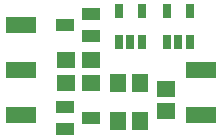
<source format=gts>
G75*
%MOIN*%
%OFA0B0*%
%FSLAX25Y25*%
%IPPOS*%
%LPD*%
%AMOC8*
5,1,8,0,0,1.08239X$1,22.5*
%
%ADD10R,0.05518X0.06306*%
%ADD11R,0.06306X0.05518*%
%ADD12R,0.10400X0.05400*%
%ADD13R,0.05912X0.04337*%
%ADD14R,0.02565X0.05124*%
D10*
X0043860Y0021290D03*
X0051340Y0021290D03*
X0051340Y0033790D03*
X0043860Y0033790D03*
D11*
X0035100Y0034050D03*
X0026600Y0034050D03*
X0026600Y0041530D03*
X0035100Y0041530D03*
X0060100Y0032030D03*
X0060100Y0024550D03*
D12*
X0071600Y0023290D03*
X0071600Y0038290D03*
X0011600Y0038290D03*
X0011600Y0053290D03*
X0011600Y0023290D03*
D13*
X0026269Y0018550D03*
X0034931Y0022290D03*
X0026269Y0026030D03*
X0034931Y0049550D03*
X0026269Y0053290D03*
X0034931Y0057030D03*
D14*
X0044360Y0057908D03*
X0051840Y0057908D03*
X0060360Y0057908D03*
X0067840Y0057908D03*
X0067840Y0047672D03*
X0064100Y0047672D03*
X0060360Y0047672D03*
X0051840Y0047672D03*
X0048100Y0047672D03*
X0044360Y0047672D03*
M02*

</source>
